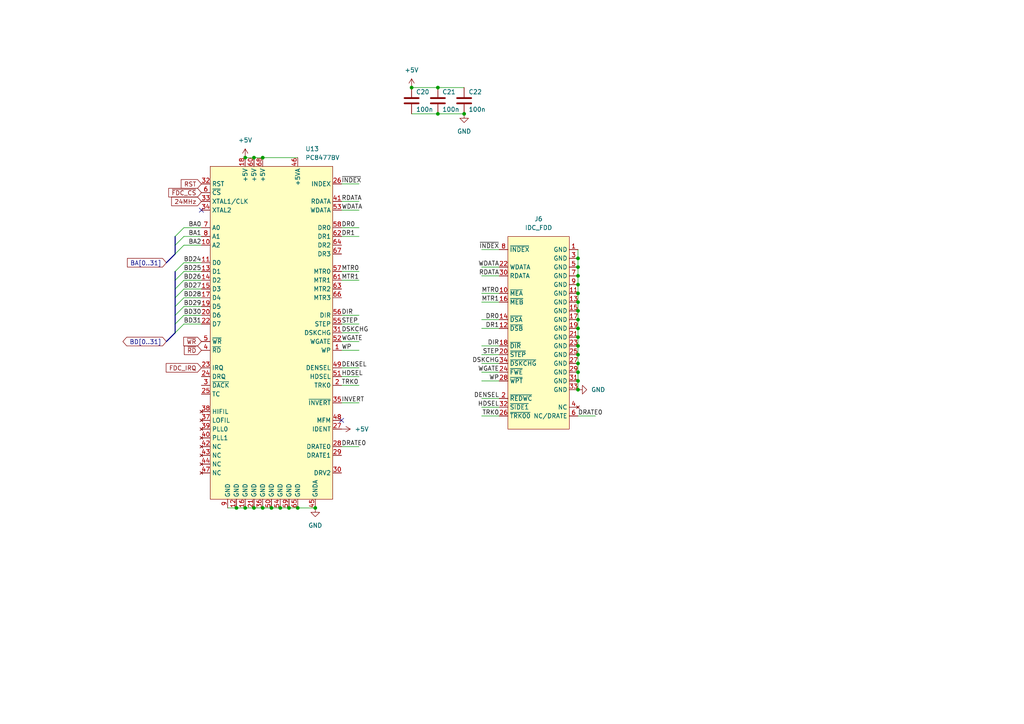
<source format=kicad_sch>
(kicad_sch (version 20231120) (generator "eeschema") (generator_version "8.0")
  (paper "A4")
  (lib_symbols
    (symbol "Device:C" (pin_numbers hide) (pin_names (offset 0.254))
      (property "Reference" "C" (at 0.635 2.54 0))
      (property "Value" "C" (at 0.635 -2.54 0))
      (symbol "C_0_1"
        (polyline (pts (xy -2.032 -0.762) (xy 2.032 -0.762)) (stroke (width 0.508)))
        (polyline (pts (xy -2.032 0.762) (xy 2.032 0.762)) (stroke (width 0.508)))
      )
      (symbol "C_1_1"
        (pin passive line (at 0 3.81 270) (length 2.794) (name "~") (number "1"))
        (pin passive line (at 0 -3.81 90) (length 2.794) (name "~") (number "2"))
      )
    )
    (symbol "m68k-hbc-conn:IDC_FDD"
      (property "Reference" "J" (at 0 31.75 0))
      (property "Value" "IDC_FDD" (at 0 29.21 0))
      (symbol "IDC_FDD_1_1"
        (rectangle (start -8.89 27.94) (end 8.89 -27.94) (fill (type background)))
        (pin power_in line (at 11.43 24.13 180) (length 2.54) (name "GND") (number "1"))
        (pin input line (at -11.43 11.43 0) (length 2.54) (name "~{MEA}") (number "10"))
        (pin power_in line (at 11.43 11.43 180) (length 2.54) (name "GND") (number "11"))
        (pin input line (at -11.43 1.27 0) (length 2.54) (name "~{DSB}") (number "12"))
        (pin power_in line (at 11.43 8.89 180) (length 2.54) (name "GND") (number "13"))
        (pin input line (at -11.43 3.81 0) (length 2.54) (name "~{DSA}") (number "14"))
        (pin power_in line (at 11.43 6.35 180) (length 2.54) (name "GND") (number "15"))
        (pin input line (at -11.43 8.89 0) (length 2.54) (name "~{MEB}") (number "16"))
        (pin power_in line (at 11.43 3.81 180) (length 2.54) (name "GND") (number "17"))
        (pin input line (at -11.43 -3.81 0) (length 2.54) (name "~{DIR}") (number "18"))
        (pin power_in line (at 11.43 1.27 180) (length 2.54) (name "GND") (number "19"))
        (pin output line (at -11.43 -19.05 0) (length 2.54) (name "~{REDWC}") (number "2"))
        (pin input line (at -11.43 -6.35 0) (length 2.54) (name "~{STEP}") (number "20"))
        (pin power_in line (at 11.43 -1.27 180) (length 2.54) (name "GND") (number "21"))
        (pin input line (at -11.43 19.05 0) (length 2.54) (name "WDATA") (number "22"))
        (pin power_in line (at 11.43 -3.81 180) (length 2.54) (name "GND") (number "23"))
        (pin input line (at -11.43 -11.43 0) (length 2.54) (name "~{FWE}") (number "24"))
        (pin power_in line (at 11.43 -6.35 180) (length 2.54) (name "GND") (number "25"))
        (pin output line (at -11.43 -24.13 0) (length 2.54) (name "~{TRK00}") (number "26"))
        (pin power_in line (at 11.43 -8.89 180) (length 2.54) (name "GND") (number "27"))
        (pin output line (at -11.43 -13.97 0) (length 2.54) (name "~{WPT}") (number "28"))
        (pin power_in line (at 11.43 -11.43 180) (length 2.54) (name "GND") (number "29"))
        (pin power_in line (at 11.43 21.59 180) (length 2.54) (name "GND") (number "3"))
        (pin output line (at -11.43 16.51 0) (length 2.54) (name "RDATA") (number "30"))
        (pin power_in line (at 11.43 -13.97 180) (length 2.54) (name "GND") (number "31"))
        (pin input line (at -11.43 -21.59 0) (length 2.54) (name "~{SIDE1}") (number "32"))
        (pin power_in line (at 11.43 -16.51 180) (length 2.54) (name "GND") (number "33"))
        (pin output line (at -11.43 -8.89 0) (length 2.54) (name "~{DSKCHG}") (number "34"))
        (pin no_connect line (at 11.43 -21.59 180) (length 2.54) (name "NC") (number "4"))
        (pin power_in line (at 11.43 19.05 180) (length 2.54) (name "GND") (number "5"))
        (pin output line (at 11.43 -24.13 180) (length 2.54) (name "NC/DRATE") (number "6"))
        (pin power_in line (at 11.43 16.51 180) (length 2.54) (name "GND") (number "7"))
        (pin output line (at -11.43 24.13 0) (length 2.54) (name "~{INDEX}") (number "8"))
        (pin power_in line (at 11.43 13.97 180) (length 2.54) (name "GND") (number "9"))
      )
    )
    (symbol "m68k-hbc-ic:PC8477BV"
      (property "Reference" "U" (at -19.05 45.72 0))
      (property "Value" "PC8477BV" (at 0 -1.27 0))
      (symbol "PC8477BV_1_1"
        (rectangle (start -17.78 45.72) (end 17.78 -50.8) (fill (type background)))
        (pin input line (at 20.32 -7.62 180) (length 2.54) (name "WP") (number "1"))
        (pin input line (at -20.32 22.86 0) (length 2.54) (name "A2") (number "10"))
        (pin bidirectional line (at -20.32 17.78 0) (length 2.54) (name "D0") (number "11"))
        (pin power_in line (at -10.16 -53.34 90) (length 2.54) (name "GND") (number "12"))
        (pin bidirectional line (at -20.32 15.24 0) (length 2.54) (name "D1") (number "13"))
        (pin bidirectional line (at -20.32 12.7 0) (length 2.54) (name "D2") (number "14"))
        (pin bidirectional line (at -20.32 10.16 0) (length 2.54) (name "D3") (number "15"))
        (pin power_in line (at -7.62 -53.34 90) (length 2.54) (name "GND") (number "16"))
        (pin bidirectional line (at -20.32 7.62 0) (length 2.54) (name "D4") (number "17"))
        (pin power_in line (at -7.62 48.26 270) (length 2.54) (name "+5V") (number "18"))
        (pin bidirectional line (at -20.32 5.08 0) (length 2.54) (name "D5") (number "19"))
        (pin input line (at 20.32 -17.78 180) (length 2.54) (name "TRK0") (number "2"))
        (pin bidirectional line (at -20.32 2.54 0) (length 2.54) (name "D6") (number "20"))
        (pin power_in line (at -5.08 -53.34 90) (length 2.54) (name "GND") (number "21"))
        (pin bidirectional line (at -20.32 0 0) (length 2.54) (name "D7") (number "22"))
        (pin output line (at -20.32 -12.7 0) (length 2.54) (name "IRQ") (number "23"))
        (pin output line (at -20.32 -15.24 0) (length 2.54) (name "DRQ") (number "24"))
        (pin input line (at -20.32 -20.32 0) (length 2.54) (name "TC") (number "25"))
        (pin input line (at 20.32 40.64 180) (length 2.54) (name "INDEX") (number "26"))
        (pin input line (at 20.32 -30.48 180) (length 2.54) (name "IDENT") (number "27"))
        (pin output line (at 20.32 -35.56 180) (length 2.54) (name "DRATE0") (number "28"))
        (pin output line (at 20.32 -38.1 180) (length 2.54) (name "DRATE1") (number "29"))
        (pin input line (at -20.32 -17.78 0) (length 2.54) (name "~{DACK}") (number "3"))
        (pin input line (at 20.32 -43.18 180) (length 2.54) (name "DRV2") (number "30"))
        (pin input line (at 20.32 -2.54 180) (length 2.54) (name "DSKCHG") (number "31"))
        (pin input line (at -20.32 40.64 0) (length 2.54) (name "RST") (number "32"))
        (pin input line (at -20.32 35.56 0) (length 2.54) (name "XTAL1/CLK") (number "33"))
        (pin input line (at -20.32 33.02 0) (length 2.54) (name "XTAL2") (number "34"))
        (pin input line (at 20.32 -22.86 180) (length 2.54) (name "~{INVERT}") (number "35"))
        (pin power_in line (at -2.54 -53.34 90) (length 2.54) (name "GND") (number "36"))
        (pin no_connect line (at -20.32 -27.94 0) (length 2.54) (name "LOFIL") (number "37"))
        (pin no_connect line (at -20.32 -25.4 0) (length 2.54) (name "HIFIL") (number "38"))
        (pin no_connect line (at -20.32 -30.48 0) (length 2.54) (name "PLL0") (number "39"))
        (pin input line (at -20.32 -7.62 0) (length 2.54) (name "~{RD}") (number "4"))
        (pin no_connect line (at -20.32 -33.02 0) (length 2.54) (name "PLL1") (number "40"))
        (pin input line (at 20.32 35.56 180) (length 2.54) (name "RDATA") (number "41"))
        (pin no_connect line (at -20.32 -35.56 0) (length 2.54) (name "NC") (number "42"))
        (pin no_connect line (at -20.32 -38.1 0) (length 2.54) (name "NC") (number "43"))
        (pin no_connect line (at -20.32 -40.64 0) (length 2.54) (name "NC") (number "44"))
        (pin power_in line (at 12.7 -53.34 90) (length 2.54) (name "GNDA") (number "45"))
        (pin power_in line (at 7.62 48.26 270) (length 2.54) (name "+5VA") (number "46"))
        (pin no_connect line (at -20.32 -43.18 0) (length 2.54) (name "NC") (number "47"))
        (pin bidirectional line (at 20.32 -27.94 180) (length 2.54) (name "MFM") (number "48"))
        (pin output line (at 20.32 -12.7 180) (length 2.54) (name "DENSEL") (number "49"))
        (pin input line (at -20.32 -5.08 0) (length 2.54) (name "~{WR}") (number "5"))
        (pin power_in line (at 0 -53.34 90) (length 2.54) (name "GND") (number "50"))
        (pin input line (at 20.32 -15.24 180) (length 2.54) (name "HDSEL") (number "51"))
        (pin output line (at 20.32 -5.08 180) (length 2.54) (name "WGATE") (number "52"))
        (pin output line (at 20.32 33.02 180) (length 2.54) (name "WDATA") (number "53"))
        (pin power_in line (at 2.54 -53.34 90) (length 2.54) (name "GND") (number "54"))
        (pin output line (at 20.32 0 180) (length 2.54) (name "STEP") (number "55"))
        (pin output line (at 20.32 2.54 180) (length 2.54) (name "DIR") (number "56"))
        (pin output line (at 20.32 15.24 180) (length 2.54) (name "MTR0") (number "57"))
        (pin output line (at 20.32 27.94 180) (length 2.54) (name "DR0") (number "58"))
        (pin power_in line (at 5.08 -53.34 90) (length 2.54) (name "GND") (number "59"))
        (pin input line (at -20.32 38.1 0) (length 2.54) (name "~{CS}") (number "6"))
        (pin power_in line (at -5.08 48.26 270) (length 2.54) (name "+5V") (number "60"))
        (pin output line (at 20.32 12.7 180) (length 2.54) (name "MTR1") (number "61"))
        (pin output line (at 20.32 25.4 180) (length 2.54) (name "DR1") (number "62"))
        (pin output line (at 20.32 10.16 180) (length 2.54) (name "MTR2") (number "63"))
        (pin output line (at 20.32 22.86 180) (length 2.54) (name "DR2") (number "64"))
        (pin power_in line (at 7.62 -53.34 90) (length 2.54) (name "GND") (number "65"))
        (pin output line (at 20.32 7.62 180) (length 2.54) (name "MTR3") (number "66"))
        (pin output line (at 20.32 20.32 180) (length 2.54) (name "DR3") (number "67"))
        (pin power_in line (at -2.54 48.26 270) (length 2.54) (name "+5V") (number "68"))
        (pin input line (at -20.32 27.94 0) (length 2.54) (name "A0") (number "7"))
        (pin input line (at -20.32 25.4 0) (length 2.54) (name "A1") (number "8"))
        (pin power_in line (at -12.7 -53.34 90) (length 2.54) (name "GND") (number "9"))
      )
    )
    (symbol "power:+5V" (power) (pin_names (offset 0))
      (property "Value" "+5V" (at 0 3.556 0))
      (symbol "+5V_0_1"
        (polyline (pts (xy -0.762 1.27) (xy 0 2.54)))
        (polyline (pts (xy 0 0) (xy 0 2.54)))
        (polyline (pts (xy 0 2.54) (xy 0.762 1.27)))
      )
      (symbol "+5V_1_1"
        (pin power_in line (at 0 0 90) (length 0) hide (name "+5V") (number "1"))
      )
    )
    (symbol "power:GND" (power) (pin_names (offset 0))
      (property "Value" "GND" (at 0 -3.81 0))
      (symbol "GND_0_1"
        (polyline (pts (xy 0 0) (xy 0 -1.27) (xy 1.27 -1.27) (xy 0 -2.54) (xy -1.27 -1.27) (xy 0 -1.27)))
      )
      (symbol "GND_1_1"
        (pin power_in line (at 0 0 270) (length 0) hide (name "GND") (number "1"))
      )
    )
  )
  (junction (at 86.36 147.32))
  (junction (at 73.66 147.32))
  (junction (at 167.64 97.79))
  (junction (at 167.64 85.09))
  (junction (at 119.38 25.4))
  (junction (at 167.64 82.55))
  (junction (at 167.64 92.71))
  (junction (at 167.64 113.03))
  (junction (at 71.12 45.72))
  (junction (at 91.44 147.32))
  (junction (at 167.64 77.47))
  (junction (at 167.64 105.41))
  (junction (at 167.64 90.17))
  (junction (at 78.74 147.32))
  (junction (at 167.64 74.93))
  (junction (at 167.64 95.25))
  (junction (at 83.82 147.32))
  (junction (at 68.58 147.32))
  (junction (at 167.64 100.33))
  (junction (at 167.64 80.01))
  (junction (at 71.12 147.32))
  (junction (at 167.64 107.95))
  (junction (at 127 25.4))
  (junction (at 167.64 102.87))
  (junction (at 127 33.02))
  (junction (at 167.64 110.49))
  (junction (at 134.62 33.02))
  (junction (at 76.2 45.72))
  (junction (at 81.28 147.32))
  (junction (at 167.64 87.63))
  (junction (at 76.2 147.32))
  (junction (at 73.66 45.72))
  (no_connect (at 99.06 121.92))
  (no_connect (at 58.42 60.96))
  (bus_entry (at 53.34 83.82) (size -2.54 2.54))
  (bus_entry (at 53.34 71.12) (size -2.54 2.54))
  (bus_entry (at 53.34 88.9) (size -2.54 2.54))
  (bus_entry (at 53.34 68.58) (size -2.54 2.54))
  (bus_entry (at 53.34 86.36) (size -2.54 2.54))
  (bus_entry (at 53.34 78.74) (size -2.54 2.54))
  (bus_entry (at 53.34 76.2) (size -2.54 2.54))
  (bus_entry (at 53.34 93.98) (size -2.54 2.54))
  (bus_entry (at 53.34 81.28) (size -2.54 2.54))
  (bus_entry (at 53.34 66.04) (size -2.54 2.54))
  (bus_entry (at 53.34 91.44) (size -2.54 2.54))
  (wire (pts (xy 53.34 93.98) (xy 58.42 93.98)))
  (wire (pts (xy 73.66 45.72) (xy 76.2 45.72)))
  (wire (pts (xy 104.14 58.42) (xy 99.06 58.42)))
  (wire (pts (xy 167.64 95.25) (xy 167.64 92.71)))
  (bus (pts (xy 50.8 88.9) (xy 50.8 91.44)))
  (bus (pts (xy 50.8 96.52) (xy 48.26 99.06)))
  (wire (pts (xy 167.64 100.33) (xy 167.64 97.79)))
  (wire (pts (xy 167.64 77.47) (xy 167.64 74.93)))
  (wire (pts (xy 53.34 88.9) (xy 58.42 88.9)))
  (bus (pts (xy 50.8 68.58) (xy 50.8 71.12)))
  (wire (pts (xy 104.14 109.22) (xy 99.06 109.22)))
  (wire (pts (xy 53.34 78.74) (xy 58.42 78.74)))
  (wire (pts (xy 139.7 115.57) (xy 144.78 115.57)))
  (wire (pts (xy 104.14 129.54) (xy 99.06 129.54)))
  (wire (pts (xy 139.7 77.47) (xy 144.78 77.47)))
  (wire (pts (xy 167.64 74.93) (xy 167.64 72.39)))
  (wire (pts (xy 167.64 82.55) (xy 167.64 80.01)))
  (wire (pts (xy 53.34 66.04) (xy 58.42 66.04)))
  (wire (pts (xy 68.58 147.32) (xy 66.04 147.32)))
  (bus (pts (xy 50.8 83.82) (xy 50.8 86.36)))
  (wire (pts (xy 104.14 60.96) (xy 99.06 60.96)))
  (wire (pts (xy 91.44 147.32) (xy 86.36 147.32)))
  (wire (pts (xy 53.34 91.44) (xy 58.42 91.44)))
  (wire (pts (xy 76.2 45.72) (xy 86.36 45.72)))
  (wire (pts (xy 104.14 96.52) (xy 99.06 96.52)))
  (wire (pts (xy 104.14 93.98) (xy 99.06 93.98)))
  (wire (pts (xy 53.34 86.36) (xy 58.42 86.36)))
  (bus (pts (xy 50.8 81.28) (xy 50.8 83.82)))
  (wire (pts (xy 167.64 92.71) (xy 167.64 90.17)))
  (wire (pts (xy 104.14 106.68) (xy 99.06 106.68)))
  (wire (pts (xy 167.64 107.95) (xy 167.64 105.41)))
  (wire (pts (xy 104.14 116.84) (xy 99.06 116.84)))
  (wire (pts (xy 167.64 90.17) (xy 167.64 87.63)))
  (wire (pts (xy 104.14 53.34) (xy 99.06 53.34)))
  (wire (pts (xy 71.12 45.72) (xy 73.66 45.72)))
  (wire (pts (xy 139.7 110.49) (xy 144.78 110.49)))
  (wire (pts (xy 53.34 81.28) (xy 58.42 81.28)))
  (wire (pts (xy 167.64 113.03) (xy 167.64 110.49)))
  (wire (pts (xy 119.38 33.02) (xy 127 33.02)))
  (bus (pts (xy 50.8 91.44) (xy 50.8 93.98)))
  (wire (pts (xy 139.7 85.09) (xy 144.78 85.09)))
  (wire (pts (xy 167.64 80.01) (xy 167.64 77.47)))
  (wire (pts (xy 167.64 102.87) (xy 167.64 100.33)))
  (bus (pts (xy 50.8 78.74) (xy 50.8 81.28)))
  (wire (pts (xy 139.7 120.65) (xy 144.78 120.65)))
  (wire (pts (xy 78.74 147.32) (xy 76.2 147.32)))
  (wire (pts (xy 167.64 105.41) (xy 167.64 102.87)))
  (wire (pts (xy 83.82 147.32) (xy 81.28 147.32)))
  (wire (pts (xy 71.12 147.32) (xy 68.58 147.32)))
  (wire (pts (xy 139.7 102.87) (xy 144.78 102.87)))
  (wire (pts (xy 73.66 147.32) (xy 71.12 147.32)))
  (wire (pts (xy 104.14 101.6) (xy 99.06 101.6)))
  (wire (pts (xy 53.34 68.58) (xy 58.42 68.58)))
  (wire (pts (xy 104.14 91.44) (xy 99.06 91.44)))
  (wire (pts (xy 127 33.02) (xy 134.62 33.02)))
  (wire (pts (xy 104.14 81.28) (xy 99.06 81.28)))
  (wire (pts (xy 139.7 80.01) (xy 144.78 80.01)))
  (wire (pts (xy 53.34 83.82) (xy 58.42 83.82)))
  (wire (pts (xy 139.7 118.11) (xy 144.78 118.11)))
  (wire (pts (xy 139.7 87.63) (xy 144.78 87.63)))
  (wire (pts (xy 53.34 71.12) (xy 58.42 71.12)))
  (bus (pts (xy 50.8 86.36) (xy 50.8 88.9)))
  (wire (pts (xy 119.38 25.4) (xy 127 25.4)))
  (wire (pts (xy 127 25.4) (xy 134.62 25.4)))
  (wire (pts (xy 139.7 100.33) (xy 144.78 100.33)))
  (wire (pts (xy 104.14 78.74) (xy 99.06 78.74)))
  (wire (pts (xy 167.64 110.49) (xy 167.64 107.95)))
  (bus (pts (xy 50.8 93.98) (xy 50.8 96.52)))
  (wire (pts (xy 104.14 99.06) (xy 99.06 99.06)))
  (bus (pts (xy 50.8 73.66) (xy 48.26 76.2)))
  (wire (pts (xy 76.2 147.32) (xy 73.66 147.32)))
  (wire (pts (xy 104.14 111.76) (xy 99.06 111.76)))
  (wire (pts (xy 104.14 66.04) (xy 99.06 66.04)))
  (wire (pts (xy 86.36 147.32) (xy 83.82 147.32)))
  (wire (pts (xy 139.7 92.71) (xy 144.78 92.71)))
  (wire (pts (xy 167.64 87.63) (xy 167.64 85.09)))
  (bus (pts (xy 50.8 71.12) (xy 50.8 73.66)))
  (wire (pts (xy 139.7 107.95) (xy 144.78 107.95)))
  (wire (pts (xy 104.14 68.58) (xy 99.06 68.58)))
  (wire (pts (xy 139.7 95.25) (xy 144.78 95.25)))
  (wire (pts (xy 167.64 97.79) (xy 167.64 95.25)))
  (wire (pts (xy 167.64 85.09) (xy 167.64 82.55)))
  (wire (pts (xy 139.7 105.41) (xy 144.78 105.41)))
  (wire (pts (xy 53.34 76.2) (xy 58.42 76.2)))
  (wire (pts (xy 172.72 120.65) (xy 167.64 120.65)))
  (wire (pts (xy 81.28 147.32) (xy 78.74 147.32)))
  (wire (pts (xy 139.7 72.39) (xy 144.78 72.39)))
  (label "BD28" (at 58.42 86.36 180))
  (label "INVERT" (at 99.06 116.84 0))
  (label "HDSEL" (at 144.78 118.11 180))
  (label "DENSEL" (at 99.06 106.68 0))
  (label "RDATA" (at 144.78 80.01 180))
  (label "BA0" (at 58.42 66.04 180))
  (label "DSKCHG" (at 144.78 105.41 180))
  (label "MTR1" (at 144.78 87.63 180))
  (label "HDSEL" (at 99.06 109.22 0))
  (label "BA2" (at 58.42 71.12 180))
  (label "BD26" (at 58.42 81.28 180))
  (label "DR0" (at 99.06 66.04 0))
  (label "MTR0" (at 99.06 78.74 0))
  (label "TRK0" (at 144.78 120.65 180))
  (label "DR1" (at 99.06 68.58 0))
  (label "DR1" (at 144.78 95.25 180))
  (label "STEP" (at 144.78 102.87 180))
  (label "BA1" (at 58.42 68.58 180))
  (label "MTR1" (at 99.06 81.28 0))
  (label "BD27" (at 58.42 83.82 180))
  (label "TRK0" (at 99.06 111.76 0))
  (label "STEP" (at 99.06 93.98 0))
  (label "WGATE" (at 99.06 99.06 0))
  (label "WGATE" (at 144.78 107.95 180))
  (label "BD31" (at 58.42 93.98 180))
  (label "DSKCHG" (at 99.06 96.52 0))
  (label "RDATA" (at 99.06 58.42 0))
  (label "BD24" (at 58.42 76.2 180))
  (label "DENSEL" (at 144.78 115.57 180))
  (label "DR0" (at 144.78 92.71 180))
  (label "WDATA" (at 99.06 60.96 0))
  (label "WP" (at 144.78 110.49 180))
  (label "DIR" (at 99.06 91.44 0))
  (label "DIR" (at 144.78 100.33 180))
  (label "WP" (at 99.06 101.6 0))
  (label "BD30" (at 58.42 91.44 180))
  (label "MTR0" (at 144.78 85.09 180))
  (label "BD25" (at 58.42 78.74 180))
  (label "~{INDEX}" (at 99.06 53.34 0))
  (label "DRATE0" (at 167.64 120.65 0))
  (label "WDATA" (at 144.78 77.47 180))
  (label "BD29" (at 58.42 88.9 180))
  (label "DRATE0" (at 99.06 129.54 0))
  (label "~{INDEX}" (at 144.78 72.39 180))
  (global_label "BD[0..31]" (shape bidirectional) (at 48.26 99.06 180) (property "Intersheetrefs" "${INTERSHEET_REFS}" (effects (hide yes))))
  (global_label "~{RD}" (shape input) (at 58.42 101.6 180) (property "Intersheetrefs" "${INTERSHEET_REFS}" (effects (hide yes))))
  (global_label "~{FDC_CS}" (shape input) (at 58.42 55.88 180) (property "Intersheetrefs" "${INTERSHEET_REFS}" (effects (hide yes))))
  (global_label "FDC_IRQ" (shape input) (at 58.42 106.68 180) (property "Intersheetrefs" "${INTERSHEET_REFS}" (effects (hide yes))))
  (global_label "~{WR}" (shape input) (at 58.42 99.06 180) (property "Intersheetrefs" "${INTERSHEET_REFS}" (effects (hide yes))))
  (global_label "24MHz" (shape input) (at 58.42 58.42 180) (property "Intersheetrefs" "${INTERSHEET_REFS}" (effects (hide yes))))
  (global_label "BA[0..31]" (shape input) (at 48.26 76.2 180) (property "Intersheetrefs" "${INTERSHEET_REFS}" (effects (hide yes))))
  (global_label "RST" (shape input) (at 58.42 53.34 180) (property "Intersheetrefs" "${INTERSHEET_REFS}" (effects (hide yes))))
  (symbol (lib_id "m68k-hbc-conn:IDC_FDD") (at 156.21 96.52 0) (unit 1)
    (property "Reference" "J6" (at 156.21 63.5 0))
    (property "Value" "IDC_FDD" (at 156.21 66.04 0))
    (property "Footprint" "Connector_IDC:IDC-Header_2x17_P2.54mm_Vertical" (effects (hide yes)))
  )
  (symbol (lib_id "power:+5V") (at 119.38 25.4 0) (unit 1)
    (property "Reference" "#PWR077" (effects (hide yes)))
    (property "Value" "+5V" (at 119.38 20.32 0))
  )
  (symbol (lib_id "Device:C") (at 134.62 29.21 0) (unit 1)
    (property "Reference" "C22" (at 135.89 26.67 0) (effects (justify left)))
    (property "Value" "100n" (at 135.89 31.75 0) (effects (justify left)))
    (property "Footprint" "Capacitor_THT:C_Disc_D4.3mm_W1.9mm_P5.00mm" (effects (hide yes)))
  )
  (symbol (lib_id "m68k-hbc-ic:PC8477BV") (at 78.74 93.98 0) (unit 1)
    (property "Reference" "U13" (at 88.5541 43.18 0) (effects (justify left)))
    (property "Value" "PC8477BV" (at 88.5541 45.72 0) (effects (justify left)))
    (property "Footprint" "Package_LCC:PLCC-68_THT-Socket" (effects (hide yes)))
    (property "Datasheet" "https://retrocmp.de/compati/8477B_h.pdf" (effects (hide yes)))
  )
  (symbol (lib_id "Device:C") (at 127 29.21 0) (unit 1)
    (property "Reference" "C21" (at 128.27 26.67 0) (effects (justify left)))
    (property "Value" "100n" (at 128.27 31.75 0) (effects (justify left)))
    (property "Footprint" "Capacitor_THT:C_Disc_D4.3mm_W1.9mm_P5.00mm" (effects (hide yes)))
  )
  (symbol (lib_id "power:GND") (at 91.44 147.32 0) (unit 1)
    (property "Reference" "#PWR082" (effects (hide yes)))
    (property "Value" "GND" (at 91.44 152.4 0))
  )
  (symbol (lib_id "power:+5V") (at 99.06 124.46 270) (unit 1)
    (property "Reference" "#PWR081" (effects (hide yes)))
    (property "Value" "+5V" (at 102.87 124.46 90) (effects (justify left)))
  )
  (symbol (lib_id "Device:C") (at 119.38 29.21 0) (unit 1)
    (property "Reference" "C20" (at 120.65 26.67 0) (effects (justify left)))
    (property "Value" "100n" (at 120.65 31.75 0) (effects (justify left)))
    (property "Footprint" "Capacitor_THT:C_Disc_D4.3mm_W1.9mm_P5.00mm" (effects (hide yes)))
  )
  (symbol (lib_id "power:GND") (at 167.64 113.03 90) (unit 1)
    (property "Reference" "#PWR080" (effects (hide yes)))
    (property "Value" "GND" (at 171.45 113.03 90) (effects (justify right)))
  )
  (symbol (lib_id "power:GND") (at 134.62 33.02 0) (unit 1)
    (property "Reference" "#PWR078" (effects (hide yes)))
    (property "Value" "GND" (at 134.62 38.1 0))
  )
  (symbol (lib_id "power:+5V") (at 71.12 45.72 0) (unit 1)
    (property "Reference" "#PWR079" (effects (hide yes)))
    (property "Value" "+5V" (at 71.12 40.64 0))
  )
)
</source>
